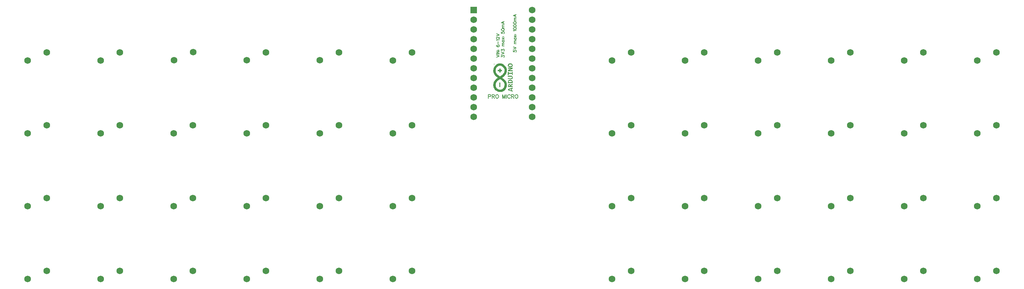
<source format=gts>
G04 Layer: TopSolderMaskLayer*
G04 EasyEDA v6.5.22, 2022-11-03 13:25:14*
G04 daeccbeab38c4538aae3d189e396c967,14fd66e66b1542709ab820776f733a5e,10*
G04 Gerber Generator version 0.2*
G04 Scale: 100 percent, Rotated: No, Reflected: No *
G04 Dimensions in millimeters *
G04 leading zeros omitted , absolute positions ,4 integer and 5 decimal *
%FSLAX45Y45*%
%MOMM*%

%AMMACRO1*1,1,$1,$2,$3*1,1,$1,$4,$5*1,1,$1,0-$2,0-$3*1,1,$1,0-$4,0-$5*20,1,$1,$2,$3,$4,$5,0*20,1,$1,$4,$5,0-$2,0-$3,0*20,1,$1,0-$2,0-$3,0-$4,0-$5,0*20,1,$1,0-$4,0-$5,$2,$3,0*4,1,4,$2,$3,$4,$5,0-$2,0-$3,0-$4,0-$5,$2,$3,0*%
%ADD10C,0.1524*%
%ADD11C,1.7272*%
%ADD12MACRO1,0.2032X-0.762X0.762X0.762X0.762*%

%LPD*%
G36*
X14212925Y8857386D02*
G01*
X14200479Y8856726D01*
X14194891Y8856065D01*
X14189963Y8855202D01*
X14177721Y8852154D01*
X14171726Y8850325D01*
X14160093Y8846007D01*
X14148866Y8840876D01*
X14138046Y8834932D01*
X14127683Y8828278D01*
X14117828Y8820810D01*
X14108430Y8812682D01*
X14099590Y8803792D01*
X14095323Y8799118D01*
X14087297Y8789212D01*
X14079829Y8778697D01*
X14076273Y8773210D01*
X14069720Y8761730D01*
X14063776Y8749690D01*
X14058442Y8737041D01*
X14053769Y8723833D01*
X14050365Y8712098D01*
X14049298Y8707475D01*
X14047876Y8697823D01*
X14047216Y8685479D01*
X14047015Y8667394D01*
X14106956Y8667394D01*
X14107617Y8680500D01*
X14108328Y8686901D01*
X14109344Y8693200D01*
X14110614Y8699246D01*
X14112138Y8704935D01*
X14114068Y8711031D01*
X14118590Y8722715D01*
X14123924Y8733637D01*
X14129969Y8743797D01*
X14133271Y8748623D01*
X14140332Y8757615D01*
X14147952Y8765743D01*
X14152016Y8769502D01*
X14160500Y8776309D01*
X14164868Y8779357D01*
X14174063Y8784742D01*
X14178788Y8787079D01*
X14183613Y8789162D01*
X14188490Y8790990D01*
X14193469Y8792565D01*
X14198549Y8793886D01*
X14203680Y8794953D01*
X14208861Y8795715D01*
X14214094Y8796223D01*
X14224660Y8796375D01*
X14230045Y8796020D01*
X14240814Y8794445D01*
X14251635Y8791651D01*
X14257019Y8789771D01*
X14262354Y8787587D01*
X14272768Y8782456D01*
X14277848Y8779459D01*
X14287652Y8772753D01*
X14296948Y8765133D01*
X14305635Y8756700D01*
X14309699Y8752179D01*
X14317268Y8742629D01*
X14320723Y8737600D01*
X14326920Y8727186D01*
X14332153Y8716264D01*
X14335709Y8706307D01*
X14337080Y8701227D01*
X14338198Y8696096D01*
X14339620Y8685631D01*
X14339976Y8680297D01*
X14339874Y8669528D01*
X14338807Y8658656D01*
X14336776Y8647734D01*
X14335404Y8642248D01*
X14331950Y8631377D01*
X14327581Y8620556D01*
X14322298Y8609888D01*
X14316151Y8599373D01*
X14309140Y8589162D01*
X14301266Y8579307D01*
X14297050Y8574481D01*
X14287957Y8565134D01*
X14278101Y8556294D01*
X14269059Y8549081D01*
X14250771Y8536228D01*
X14241932Y8530590D01*
X14220748Y8518245D01*
X14197685Y8533638D01*
X14186052Y8541969D01*
X14175130Y8550402D01*
X14165021Y8558885D01*
X14155674Y8567420D01*
X14147088Y8576005D01*
X14139367Y8584590D01*
X14132407Y8593175D01*
X14126311Y8601811D01*
X14121028Y8610396D01*
X14116557Y8618982D01*
X14113001Y8627516D01*
X14111528Y8631783D01*
X14110106Y8636914D01*
X14108938Y8642502D01*
X14108023Y8648395D01*
X14107413Y8654542D01*
X14107058Y8660942D01*
X14106956Y8667394D01*
X14047015Y8667394D01*
X14047266Y8650884D01*
X14047571Y8643620D01*
X14048130Y8637066D01*
X14048892Y8631021D01*
X14049908Y8625332D01*
X14051178Y8619845D01*
X14052804Y8614359D01*
X14054785Y8608771D01*
X14059966Y8596630D01*
X14065707Y8584692D01*
X14071447Y8574532D01*
X14078051Y8564321D01*
X14085366Y8554161D01*
X14093393Y8544153D01*
X14102029Y8534298D01*
X14111224Y8524798D01*
X14120825Y8515654D01*
X14130883Y8507018D01*
X14141196Y8498890D01*
X14152118Y8491016D01*
X14159890Y8484971D01*
X14161058Y8483701D01*
X14159992Y8482482D01*
X14152676Y8476488D01*
X14143024Y8469274D01*
X14133982Y8461806D01*
X14124482Y8453272D01*
X14114932Y8444077D01*
X14105636Y8434425D01*
X14096898Y8424824D01*
X14089126Y8415477D01*
X14082572Y8406841D01*
X14076578Y8397646D01*
X14070330Y8386622D01*
X14064640Y8375243D01*
X14059662Y8363712D01*
X14055496Y8352383D01*
X14052245Y8341461D01*
X14049959Y8330793D01*
X14048282Y8318093D01*
X14047114Y8304123D01*
X14046504Y8289899D01*
X14046459Y8283702D01*
X14107820Y8283702D01*
X14108176Y8297367D01*
X14109344Y8311032D01*
X14111224Y8323580D01*
X14112443Y8329015D01*
X14113814Y8333689D01*
X14115745Y8339226D01*
X14120418Y8350097D01*
X14126057Y8360714D01*
X14129257Y8365998D01*
X14136369Y8376361D01*
X14144498Y8386521D01*
X14153692Y8396528D01*
X14163852Y8406434D01*
X14175130Y8416188D01*
X14187474Y8425891D01*
X14200936Y8435492D01*
X14212976Y8443468D01*
X14218666Y8446820D01*
X14224050Y8444026D01*
X14235226Y8437270D01*
X14247571Y8429294D01*
X14259560Y8420963D01*
X14270939Y8412378D01*
X14281708Y8403640D01*
X14291665Y8394903D01*
X14300707Y8386216D01*
X14308785Y8377783D01*
X14315643Y8369655D01*
X14321231Y8361934D01*
X14325447Y8354771D01*
X14329867Y8345119D01*
X14333219Y8335518D01*
X14334540Y8330692D01*
X14335607Y8325713D01*
X14337080Y8315350D01*
X14337639Y8304072D01*
X14337487Y8291525D01*
X14336979Y8284311D01*
X14336217Y8277199D01*
X14335099Y8270189D01*
X14333677Y8263331D01*
X14332000Y8256574D01*
X14329968Y8249970D01*
X14327682Y8243570D01*
X14325092Y8237321D01*
X14322247Y8231276D01*
X14319148Y8225434D01*
X14315795Y8219846D01*
X14312138Y8214512D01*
X14308277Y8209432D01*
X14304162Y8204657D01*
X14299844Y8200136D01*
X14295272Y8195919D01*
X14290192Y8191906D01*
X14284451Y8187944D01*
X14278203Y8184184D01*
X14271650Y8180679D01*
X14264944Y8177530D01*
X14258340Y8174837D01*
X14251940Y8172653D01*
X14245996Y8171129D01*
X14240763Y8170214D01*
X14235480Y8169605D01*
X14230096Y8169300D01*
X14219326Y8169656D01*
X14213890Y8170265D01*
X14208506Y8171129D01*
X14197736Y8173720D01*
X14192402Y8175396D01*
X14181937Y8179511D01*
X14171777Y8184591D01*
X14161973Y8190484D01*
X14152727Y8197189D01*
X14144040Y8204657D01*
X14136014Y8212836D01*
X14128800Y8221573D01*
X14125498Y8226196D01*
X14122450Y8230920D01*
X14119656Y8235746D01*
X14117116Y8240725D01*
X14112798Y8250936D01*
X14111122Y8256219D01*
X14109700Y8261553D01*
X14108887Y8266074D01*
X14108277Y8271357D01*
X14107922Y8277301D01*
X14107820Y8283702D01*
X14046459Y8283702D01*
X14046555Y8276336D01*
X14047266Y8264601D01*
X14047876Y8259724D01*
X14050213Y8247735D01*
X14051686Y8241842D01*
X14055293Y8230260D01*
X14059712Y8218982D01*
X14064945Y8208009D01*
X14070990Y8197443D01*
X14074241Y8192312D01*
X14081353Y8182356D01*
X14089227Y8172805D01*
X14097711Y8163763D01*
X14106906Y8155228D01*
X14116761Y8147253D01*
X14127175Y8139836D01*
X14138249Y8132978D01*
X14149832Y8126831D01*
X14163548Y8120532D01*
X14169948Y8117992D01*
X14176197Y8115858D01*
X14182394Y8114080D01*
X14188643Y8112658D01*
X14195044Y8111540D01*
X14201698Y8110677D01*
X14216176Y8109864D01*
X14232890Y8109966D01*
X14249704Y8110626D01*
X14260982Y8111744D01*
X14265605Y8112658D01*
X14270075Y8113826D01*
X14280337Y8117382D01*
X14291462Y8121954D01*
X14301978Y8127034D01*
X14311985Y8132622D01*
X14321434Y8138769D01*
X14330375Y8145475D01*
X14338807Y8152790D01*
X14346732Y8160664D01*
X14354149Y8169097D01*
X14361160Y8178190D01*
X14367662Y8187944D01*
X14373707Y8198256D01*
X14379346Y8209280D01*
X14384680Y8220964D01*
X14388998Y8231530D01*
X14392351Y8241487D01*
X14394891Y8251291D01*
X14396618Y8261451D01*
X14397736Y8272424D01*
X14398345Y8284667D01*
X14398498Y8298738D01*
X14398294Y8317636D01*
X14397532Y8330234D01*
X14396821Y8335314D01*
X14394484Y8345373D01*
X14390979Y8356803D01*
X14386915Y8367674D01*
X14382191Y8378190D01*
X14376806Y8388400D01*
X14373860Y8393430D01*
X14367306Y8403234D01*
X14359991Y8412886D01*
X14351812Y8422386D01*
X14342719Y8431834D01*
X14332762Y8441232D01*
X14321790Y8450681D01*
X14309801Y8460181D01*
X14280438Y8481466D01*
X14302587Y8497062D01*
X14312950Y8505190D01*
X14323110Y8514080D01*
X14332966Y8523579D01*
X14342414Y8533587D01*
X14351406Y8544001D01*
X14359737Y8554618D01*
X14367357Y8565337D01*
X14374113Y8576056D01*
X14379905Y8586622D01*
X14384934Y8597442D01*
X14389455Y8609025D01*
X14393265Y8620861D01*
X14396415Y8632901D01*
X14398853Y8645042D01*
X14400580Y8657082D01*
X14401596Y8668918D01*
X14401850Y8680500D01*
X14401698Y8686139D01*
X14400784Y8697010D01*
X14399056Y8707272D01*
X14396059Y8718956D01*
X14392046Y8730843D01*
X14387169Y8742832D01*
X14381378Y8754719D01*
X14374876Y8766302D01*
X14367713Y8777478D01*
X14359940Y8787993D01*
X14351762Y8797747D01*
X14343176Y8806434D01*
X14333474Y8814816D01*
X14322806Y8822842D01*
X14311477Y8830310D01*
X14299692Y8837117D01*
X14287652Y8843111D01*
X14275663Y8848090D01*
X14269770Y8850172D01*
X14263928Y8851950D01*
X14258645Y8853271D01*
X14252854Y8854440D01*
X14240052Y8856167D01*
X14226438Y8857183D01*
G37*
G36*
X14489176Y8853830D02*
G01*
X14481403Y8853728D01*
X14474139Y8853271D01*
X14467687Y8852408D01*
X14462455Y8851188D01*
X14455343Y8848699D01*
X14449348Y8846007D01*
X14444268Y8843010D01*
X14440052Y8839606D01*
X14436547Y8835694D01*
X14433702Y8831173D01*
X14431314Y8825941D01*
X14429384Y8819845D01*
X14427657Y8812580D01*
X14426895Y8806942D01*
X14426945Y8806078D01*
X14449094Y8806078D01*
X14449653Y8811615D01*
X14451380Y8816340D01*
X14454327Y8820251D01*
X14458594Y8823401D01*
X14464131Y8825839D01*
X14471040Y8827617D01*
X14479371Y8828684D01*
X14489176Y8829090D01*
X14501774Y8828633D01*
X14507463Y8828074D01*
X14511832Y8827363D01*
X14517420Y8825484D01*
X14522145Y8822639D01*
X14525955Y8819032D01*
X14528800Y8814816D01*
X14530527Y8810091D01*
X14531086Y8805062D01*
X14530425Y8799880D01*
X14528444Y8794699D01*
X14526666Y8791905D01*
X14524431Y8789568D01*
X14521688Y8787587D01*
X14518233Y8786012D01*
X14513966Y8784793D01*
X14508835Y8783828D01*
X14502638Y8783116D01*
X14495373Y8782608D01*
X14487804Y8782354D01*
X14480946Y8782507D01*
X14474748Y8783015D01*
X14469262Y8783980D01*
X14464487Y8785301D01*
X14460321Y8787028D01*
X14456867Y8789162D01*
X14454022Y8791702D01*
X14451838Y8794648D01*
X14450313Y8798052D01*
X14449399Y8801862D01*
X14449094Y8806078D01*
X14426945Y8806078D01*
X14427200Y8801658D01*
X14428368Y8795258D01*
X14429841Y8790228D01*
X14431822Y8785504D01*
X14434312Y8781084D01*
X14437360Y8777020D01*
X14440865Y8773312D01*
X14444827Y8769908D01*
X14449247Y8766860D01*
X14454073Y8764168D01*
X14459254Y8761933D01*
X14464842Y8760002D01*
X14470786Y8758529D01*
X14477034Y8757462D01*
X14483588Y8756802D01*
X14490395Y8756599D01*
X14497507Y8756853D01*
X14504822Y8757564D01*
X14510969Y8758478D01*
X14516709Y8759799D01*
X14522043Y8761425D01*
X14527022Y8763355D01*
X14531543Y8765590D01*
X14535657Y8768181D01*
X14539417Y8771077D01*
X14542719Y8774277D01*
X14545563Y8777782D01*
X14548002Y8781592D01*
X14550034Y8785707D01*
X14551609Y8790127D01*
X14553336Y8797188D01*
X14553793Y8803589D01*
X14552930Y8810396D01*
X14550745Y8818880D01*
X14548662Y8824518D01*
X14545970Y8829700D01*
X14542566Y8834526D01*
X14538655Y8838793D01*
X14534134Y8842603D01*
X14529155Y8845854D01*
X14523669Y8848547D01*
X14517776Y8850579D01*
X14511731Y8851900D01*
X14504669Y8852916D01*
X14497050Y8853576D01*
G37*
G36*
X14069110Y8843568D02*
G01*
X14065707Y8843467D01*
X14062963Y8843060D01*
X14061084Y8842451D01*
X14060373Y8841638D01*
X14060728Y8840673D01*
X14061744Y8839606D01*
X14063218Y8838539D01*
X14069618Y8835745D01*
X14064996Y8834374D01*
X14062557Y8833256D01*
X14061186Y8831326D01*
X14060627Y8827617D01*
X14060779Y8817203D01*
X14061033Y8814308D01*
X14061389Y8812936D01*
X14062608Y8815070D01*
X14064183Y8816187D01*
X14066519Y8816797D01*
X14072514Y8817203D01*
X14074749Y8817610D01*
X14076273Y8818270D01*
X14076832Y8819083D01*
X14076273Y8819896D01*
X14074698Y8820556D01*
X14072412Y8820962D01*
X14066367Y8821318D01*
X14064132Y8821877D01*
X14062862Y8822842D01*
X14062456Y8824214D01*
X14062862Y8825636D01*
X14064132Y8826550D01*
X14066367Y8827109D01*
X14074241Y8827820D01*
X14076578Y8829090D01*
X14076375Y8830614D01*
X14073225Y8832037D01*
X14070634Y8832900D01*
X14073225Y8833256D01*
X14075968Y8834018D01*
X14076680Y8835491D01*
X14075410Y8837269D01*
X14072209Y8838844D01*
X14067586Y8840368D01*
X14074952Y8842603D01*
X14075156Y8843111D01*
G37*
G36*
X14430552Y8742984D02*
G01*
X14430552Y8722512D01*
X14513051Y8721394D01*
X14430552Y8684869D01*
X14430552Y8654542D01*
X14551913Y8654542D01*
X14551913Y8677097D01*
X14467586Y8678214D01*
X14551863Y8715197D01*
X14551913Y8742984D01*
G37*
G36*
X14200225Y8718296D02*
G01*
X14200225Y8683345D01*
X14165275Y8683345D01*
X14165275Y8648395D01*
X14200225Y8648395D01*
X14200225Y8615476D01*
X14235176Y8615476D01*
X14235176Y8648395D01*
X14270177Y8648395D01*
X14270177Y8683345D01*
X14235176Y8683345D01*
X14235176Y8718296D01*
G37*
G36*
X14428520Y8631936D02*
G01*
X14428520Y8553754D01*
X14449094Y8553754D01*
X14449094Y8580526D01*
X14531340Y8580526D01*
X14531340Y8553754D01*
X14549882Y8553754D01*
X14549882Y8631936D01*
X14531340Y8631936D01*
X14531340Y8605164D01*
X14449094Y8605164D01*
X14449094Y8631936D01*
G37*
G36*
X14428520Y8533180D02*
G01*
X14428520Y8510574D01*
X14475256Y8510270D01*
X14502688Y8510473D01*
X14511172Y8509406D01*
X14515947Y8508492D01*
X14521738Y8507069D01*
X14525701Y8505444D01*
X14528342Y8503310D01*
X14530324Y8500262D01*
X14532203Y8495639D01*
X14533067Y8490915D01*
X14533067Y8486292D01*
X14532152Y8481872D01*
X14530425Y8477859D01*
X14527936Y8474405D01*
X14524736Y8471611D01*
X14520824Y8469680D01*
X14518640Y8469172D01*
X14510308Y8468360D01*
X14497456Y8467750D01*
X14480844Y8467445D01*
X14428520Y8467394D01*
X14428520Y8444788D01*
X14512188Y8445042D01*
X14518792Y8445449D01*
X14523618Y8446008D01*
X14527276Y8446820D01*
X14530374Y8447938D01*
X14533473Y8449411D01*
X14537791Y8452053D01*
X14541703Y8455558D01*
X14545208Y8459724D01*
X14548205Y8464448D01*
X14550644Y8469630D01*
X14552422Y8475167D01*
X14553590Y8480907D01*
X14553946Y8486800D01*
X14553336Y8494268D01*
X14551558Y8501481D01*
X14548815Y8508339D01*
X14545106Y8514689D01*
X14540636Y8520277D01*
X14535454Y8524951D01*
X14529765Y8528608D01*
X14523567Y8531047D01*
X14521129Y8531504D01*
X14511832Y8532215D01*
X14497913Y8532825D01*
X14481149Y8533130D01*
G37*
G36*
X14487702Y8429294D02*
G01*
X14481505Y8429142D01*
X14474799Y8428329D01*
X14467433Y8426907D01*
X14460778Y8424926D01*
X14454835Y8422436D01*
X14449551Y8419338D01*
X14444929Y8415578D01*
X14440865Y8411260D01*
X14437410Y8406282D01*
X14434515Y8400592D01*
X14432534Y8394903D01*
X14431060Y8387588D01*
X14429994Y8377732D01*
X14428976Y8360460D01*
X14449094Y8360460D01*
X14449094Y8370824D01*
X14449348Y8376462D01*
X14450212Y8381492D01*
X14451685Y8386013D01*
X14453717Y8389975D01*
X14456410Y8393379D01*
X14459661Y8396274D01*
X14463623Y8398611D01*
X14468195Y8400491D01*
X14473478Y8401862D01*
X14479422Y8402726D01*
X14486077Y8403082D01*
X14493443Y8403031D01*
X14501723Y8402472D01*
X14508073Y8401558D01*
X14513001Y8400034D01*
X14517268Y8397900D01*
X14522805Y8393531D01*
X14526666Y8388045D01*
X14529257Y8380780D01*
X14530832Y8371230D01*
X14531949Y8360460D01*
X14428976Y8360460D01*
X14427860Y8337803D01*
X14552523Y8337803D01*
X14551406Y8362238D01*
X14550644Y8374481D01*
X14549577Y8383625D01*
X14548002Y8390686D01*
X14545868Y8396681D01*
X14542668Y8402980D01*
X14538909Y8408568D01*
X14534692Y8413496D01*
X14529917Y8417712D01*
X14524685Y8421217D01*
X14519046Y8424011D01*
X14512899Y8426043D01*
X14506346Y8427313D01*
X14495322Y8428685D01*
G37*
G36*
X14204340Y8356346D02*
G01*
X14204340Y8232902D01*
X14231061Y8232902D01*
X14231061Y8356346D01*
G37*
G36*
X14550491Y8321446D02*
G01*
X14547900Y8321090D01*
X14542109Y8319058D01*
X14533981Y8315604D01*
X14524329Y8311134D01*
X14514626Y8306257D01*
X14506244Y8301736D01*
X14500098Y8297976D01*
X14497100Y8295589D01*
X14495018Y8293201D01*
X14494256Y8292693D01*
X14493849Y8292744D01*
X14490192Y8299703D01*
X14487093Y8304479D01*
X14483232Y8308340D01*
X14478762Y8311388D01*
X14473834Y8313521D01*
X14468551Y8314791D01*
X14463115Y8315198D01*
X14457680Y8314740D01*
X14452346Y8313420D01*
X14447266Y8311235D01*
X14442643Y8308187D01*
X14438630Y8304225D01*
X14435277Y8299450D01*
X14432889Y8294268D01*
X14431416Y8287969D01*
X14430603Y8278418D01*
X14430058Y8259673D01*
X14448586Y8259673D01*
X14450212Y8277098D01*
X14451279Y8281263D01*
X14452904Y8284362D01*
X14455190Y8286750D01*
X14459051Y8289086D01*
X14463420Y8290306D01*
X14468043Y8290356D01*
X14472666Y8289239D01*
X14476222Y8286445D01*
X14479168Y8281416D01*
X14481251Y8275015D01*
X14482013Y8268004D01*
X14482013Y8259673D01*
X14430058Y8259673D01*
X14429536Y8236000D01*
X14551913Y8234934D01*
X14551913Y8259673D01*
X14500047Y8259673D01*
X14501418Y8265312D01*
X14502384Y8268309D01*
X14503704Y8270951D01*
X14505584Y8273338D01*
X14508276Y8275675D01*
X14511883Y8278114D01*
X14516658Y8280704D01*
X14530324Y8287054D01*
X14550898Y8296148D01*
X14551609Y8312759D01*
X14551456Y8316874D01*
X14551101Y8319922D01*
G37*
G36*
X14550390Y8222437D02*
G01*
X14489684Y8204504D01*
X14430552Y8186724D01*
X14430552Y8169198D01*
X14457324Y8169198D01*
X14459153Y8170113D01*
X14471040Y8174126D01*
X14487702Y8179003D01*
X14501571Y8182660D01*
X14505127Y8183321D01*
X14507006Y8182965D01*
X14508073Y8180933D01*
X14508581Y8176564D01*
X14508734Y8168944D01*
X14508632Y8160715D01*
X14508073Y8156448D01*
X14506701Y8155127D01*
X14504111Y8155482D01*
X14470684Y8164626D01*
X14458238Y8168640D01*
X14457324Y8169198D01*
X14430552Y8169198D01*
X14430552Y8153552D01*
X14549374Y8118348D01*
X14550542Y8118551D01*
X14551355Y8120380D01*
X14551761Y8123986D01*
X14551913Y8141766D01*
X14527225Y8148624D01*
X14527225Y8189518D01*
X14551913Y8196427D01*
X14551812Y8214614D01*
X14551456Y8218728D01*
X14550999Y8221472D01*
G37*
D10*
X13919200Y8040115D02*
G01*
X13919200Y7943087D01*
X13919200Y8040115D02*
G01*
X13960856Y8040115D01*
X13974572Y8035289D01*
X13979143Y8030718D01*
X13983970Y8021573D01*
X13983970Y8007604D01*
X13979143Y7998460D01*
X13974572Y7993887D01*
X13960856Y7989315D01*
X13919200Y7989315D01*
X14014450Y8040115D02*
G01*
X14014450Y7943087D01*
X14014450Y8040115D02*
G01*
X14055852Y8040115D01*
X14069822Y8035289D01*
X14074393Y8030718D01*
X14078966Y8021573D01*
X14078966Y8012429D01*
X14074393Y8003031D01*
X14069822Y7998460D01*
X14055852Y7993887D01*
X14014450Y7993887D01*
X14046708Y7993887D02*
G01*
X14078966Y7943087D01*
X14137131Y8040115D02*
G01*
X14127988Y8035289D01*
X14118590Y8026145D01*
X14114018Y8017002D01*
X14109445Y8003031D01*
X14109445Y7979918D01*
X14114018Y7966202D01*
X14118590Y7956804D01*
X14127988Y7947660D01*
X14137131Y7943087D01*
X14155674Y7943087D01*
X14164818Y7947660D01*
X14174216Y7956804D01*
X14178788Y7966202D01*
X14183359Y7979918D01*
X14183359Y8003031D01*
X14178788Y8017002D01*
X14174216Y8026145D01*
X14164818Y8035289D01*
X14155674Y8040115D01*
X14137131Y8040115D01*
X14284959Y8040115D02*
G01*
X14284959Y7943087D01*
X14284959Y8040115D02*
G01*
X14321790Y7943087D01*
X14358874Y8040115D02*
G01*
X14321790Y7943087D01*
X14358874Y8040115D02*
G01*
X14358874Y7943087D01*
X14389354Y8040115D02*
G01*
X14389354Y7943087D01*
X14489175Y8017002D02*
G01*
X14484350Y8026145D01*
X14475206Y8035289D01*
X14466061Y8040115D01*
X14447520Y8040115D01*
X14438375Y8035289D01*
X14428977Y8026145D01*
X14424406Y8017002D01*
X14419834Y8003031D01*
X14419834Y7979918D01*
X14424406Y7966202D01*
X14428977Y7956804D01*
X14438375Y7947660D01*
X14447520Y7943087D01*
X14466061Y7943087D01*
X14475206Y7947660D01*
X14484350Y7956804D01*
X14489175Y7966202D01*
X14519656Y8040115D02*
G01*
X14519656Y7943087D01*
X14519656Y8040115D02*
G01*
X14561058Y8040115D01*
X14575027Y8035289D01*
X14579600Y8030718D01*
X14584172Y8021573D01*
X14584172Y8012429D01*
X14579600Y8003031D01*
X14575027Y7998460D01*
X14561058Y7993887D01*
X14519656Y7993887D01*
X14551913Y7993887D02*
G01*
X14584172Y7943087D01*
X14642338Y8040115D02*
G01*
X14633193Y8035289D01*
X14624050Y8026145D01*
X14619224Y8017002D01*
X14614652Y8003031D01*
X14614652Y7979918D01*
X14619224Y7966202D01*
X14624050Y7956804D01*
X14633193Y7947660D01*
X14642338Y7943087D01*
X14660879Y7943087D01*
X14670024Y7947660D01*
X14679422Y7956804D01*
X14683993Y7966202D01*
X14688566Y7979918D01*
X14688566Y8003031D01*
X14683993Y8017002D01*
X14679422Y8026145D01*
X14670024Y8035289D01*
X14660879Y8040115D01*
X14642338Y8040115D01*
X14129258Y9017000D02*
G01*
X14206981Y9046463D01*
X14129258Y9076181D02*
G01*
X14206981Y9046463D01*
X14129258Y9100565D02*
G01*
X14206981Y9100565D01*
X14129258Y9124950D02*
G01*
X14206981Y9124950D01*
X14129258Y9124950D02*
G01*
X14206981Y9176512D01*
X14129258Y9176512D02*
G01*
X14206981Y9176512D01*
X14162531Y9204705D02*
G01*
X14166341Y9200895D01*
X14169897Y9204705D01*
X14166341Y9208262D01*
X14162531Y9204705D01*
X14188440Y9204705D02*
G01*
X14191995Y9200895D01*
X14195806Y9204705D01*
X14191995Y9208262D01*
X14188440Y9204705D01*
X14140434Y9333992D02*
G01*
X14133068Y9330181D01*
X14129258Y9319260D01*
X14129258Y9311894D01*
X14133068Y9300718D01*
X14143990Y9293352D01*
X14162531Y9289542D01*
X14181074Y9289542D01*
X14195806Y9293352D01*
X14203172Y9300718D01*
X14206981Y9311894D01*
X14206981Y9315450D01*
X14203172Y9326626D01*
X14195806Y9333992D01*
X14184629Y9337802D01*
X14181074Y9337802D01*
X14169897Y9333992D01*
X14162531Y9326626D01*
X14158722Y9315450D01*
X14158722Y9311894D01*
X14162531Y9300718D01*
X14169897Y9293352D01*
X14181074Y9289542D01*
X14173708Y9362186D02*
G01*
X14173708Y9428479D01*
X14143990Y9452863D02*
G01*
X14140434Y9460229D01*
X14129258Y9471405D01*
X14206981Y9471405D01*
X14147800Y9499600D02*
G01*
X14143990Y9499600D01*
X14136624Y9503155D01*
X14133068Y9506965D01*
X14129258Y9514331D01*
X14129258Y9529063D01*
X14133068Y9536429D01*
X14136624Y9540239D01*
X14143990Y9543795D01*
X14151356Y9543795D01*
X14158722Y9540239D01*
X14169897Y9532874D01*
X14206981Y9495789D01*
X14206981Y9547605D01*
X14129258Y9571989D02*
G01*
X14206981Y9601454D01*
X14129258Y9630918D02*
G01*
X14206981Y9601454D01*
X14256258Y9024365D02*
G01*
X14256258Y9065005D01*
X14285722Y9042908D01*
X14285722Y9053829D01*
X14289531Y9061450D01*
X14293341Y9065005D01*
X14304263Y9068815D01*
X14311629Y9068815D01*
X14322806Y9065005D01*
X14330172Y9057639D01*
X14333981Y9046463D01*
X14333981Y9035542D01*
X14330172Y9024365D01*
X14326361Y9020810D01*
X14318995Y9017000D01*
X14256258Y9093200D02*
G01*
X14333981Y9122663D01*
X14256258Y9152128D02*
G01*
X14333981Y9122663D01*
X14256258Y9183878D02*
G01*
X14256258Y9224518D01*
X14285722Y9202420D01*
X14285722Y9213595D01*
X14289531Y9220962D01*
X14293341Y9224518D01*
X14304263Y9228328D01*
X14311629Y9228328D01*
X14322806Y9224518D01*
X14330172Y9217152D01*
X14333981Y9206229D01*
X14333981Y9195054D01*
X14330172Y9183878D01*
X14326361Y9180321D01*
X14318995Y9176512D01*
X14282166Y9309608D02*
G01*
X14333981Y9309608D01*
X14296897Y9309608D02*
G01*
X14285722Y9320784D01*
X14282166Y9328150D01*
X14282166Y9339071D01*
X14285722Y9346437D01*
X14296897Y9350247D01*
X14333981Y9350247D01*
X14296897Y9350247D02*
G01*
X14285722Y9361424D01*
X14282166Y9368789D01*
X14282166Y9379712D01*
X14285722Y9387078D01*
X14296897Y9390887D01*
X14333981Y9390887D01*
X14282166Y9459721D02*
G01*
X14333981Y9459721D01*
X14293341Y9459721D02*
G01*
X14285722Y9452102D01*
X14282166Y9444736D01*
X14282166Y9433813D01*
X14285722Y9426447D01*
X14293341Y9419081D01*
X14304263Y9415271D01*
X14311629Y9415271D01*
X14322806Y9419081D01*
X14330172Y9426447D01*
X14333981Y9433813D01*
X14333981Y9444736D01*
X14330172Y9452102D01*
X14322806Y9459721D01*
X14282166Y9484105D02*
G01*
X14333981Y9524745D01*
X14282166Y9524745D02*
G01*
X14333981Y9484105D01*
X14289531Y9552686D02*
G01*
X14293341Y9549129D01*
X14296897Y9552686D01*
X14293341Y9556495D01*
X14289531Y9552686D01*
X14315440Y9552686D02*
G01*
X14318995Y9549129D01*
X14322806Y9552686D01*
X14318995Y9556495D01*
X14315440Y9552686D01*
X14256258Y9681971D02*
G01*
X14256258Y9645142D01*
X14289531Y9641331D01*
X14285722Y9645142D01*
X14282166Y9656063D01*
X14282166Y9667239D01*
X14285722Y9678415D01*
X14293341Y9685781D01*
X14304263Y9689337D01*
X14311629Y9689337D01*
X14322806Y9685781D01*
X14330172Y9678415D01*
X14333981Y9667239D01*
X14333981Y9656063D01*
X14330172Y9645142D01*
X14326361Y9641331D01*
X14318995Y9637776D01*
X14256258Y9736074D02*
G01*
X14260068Y9724897D01*
X14270990Y9717531D01*
X14289531Y9713721D01*
X14300708Y9713721D01*
X14318995Y9717531D01*
X14330172Y9724897D01*
X14333981Y9736074D01*
X14333981Y9743439D01*
X14330172Y9754362D01*
X14318995Y9761728D01*
X14300708Y9765537D01*
X14289531Y9765537D01*
X14270990Y9761728D01*
X14260068Y9754362D01*
X14256258Y9743439D01*
X14256258Y9736074D01*
X14282166Y9789921D02*
G01*
X14333981Y9789921D01*
X14296897Y9789921D02*
G01*
X14285722Y9801097D01*
X14282166Y9808463D01*
X14282166Y9819386D01*
X14285722Y9826752D01*
X14296897Y9830562D01*
X14333981Y9830562D01*
X14296897Y9830562D02*
G01*
X14285722Y9841737D01*
X14282166Y9849104D01*
X14282166Y9860026D01*
X14285722Y9867392D01*
X14296897Y9871202D01*
X14333981Y9871202D01*
X14256258Y9925050D02*
G01*
X14333981Y9895586D01*
X14256258Y9925050D02*
G01*
X14333981Y9954768D01*
X14308074Y9906762D02*
G01*
X14308074Y9943592D01*
X14570156Y9199349D02*
G01*
X14570156Y9162265D01*
X14603430Y9158709D01*
X14599620Y9162265D01*
X14596064Y9173441D01*
X14596064Y9184363D01*
X14599620Y9195539D01*
X14607240Y9202905D01*
X14618162Y9206715D01*
X14625528Y9206715D01*
X14636704Y9202905D01*
X14644070Y9195539D01*
X14647880Y9184363D01*
X14647880Y9173441D01*
X14644070Y9162265D01*
X14640260Y9158709D01*
X14632894Y9154899D01*
X14570156Y9231099D02*
G01*
X14647880Y9260563D01*
X14570156Y9290027D02*
G01*
X14647880Y9260563D01*
X14596064Y9371307D02*
G01*
X14647880Y9371307D01*
X14610796Y9371307D02*
G01*
X14599620Y9382483D01*
X14596064Y9389849D01*
X14596064Y9401025D01*
X14599620Y9408391D01*
X14610796Y9411947D01*
X14647880Y9411947D01*
X14610796Y9411947D02*
G01*
X14599620Y9423123D01*
X14596064Y9430489D01*
X14596064Y9441665D01*
X14599620Y9449031D01*
X14610796Y9452587D01*
X14647880Y9452587D01*
X14596064Y9521421D02*
G01*
X14647880Y9521421D01*
X14607240Y9521421D02*
G01*
X14599620Y9514055D01*
X14596064Y9506689D01*
X14596064Y9495513D01*
X14599620Y9488147D01*
X14607240Y9480781D01*
X14618162Y9476971D01*
X14625528Y9476971D01*
X14636704Y9480781D01*
X14644070Y9488147D01*
X14647880Y9495513D01*
X14647880Y9506689D01*
X14644070Y9514055D01*
X14636704Y9521421D01*
X14596064Y9545805D02*
G01*
X14647880Y9586445D01*
X14596064Y9586445D02*
G01*
X14647880Y9545805D01*
X14603430Y9614385D02*
G01*
X14607240Y9610829D01*
X14610796Y9614385D01*
X14607240Y9618195D01*
X14603430Y9614385D01*
X14629338Y9614385D02*
G01*
X14632894Y9610829D01*
X14636704Y9614385D01*
X14632894Y9618195D01*
X14629338Y9614385D01*
X14584888Y9699475D02*
G01*
X14581332Y9706841D01*
X14570156Y9718017D01*
X14647880Y9718017D01*
X14570156Y9764499D02*
G01*
X14573966Y9753323D01*
X14584888Y9745957D01*
X14603430Y9742401D01*
X14614606Y9742401D01*
X14632894Y9745957D01*
X14644070Y9753323D01*
X14647880Y9764499D01*
X14647880Y9771865D01*
X14644070Y9783041D01*
X14632894Y9790407D01*
X14614606Y9793963D01*
X14603430Y9793963D01*
X14584888Y9790407D01*
X14573966Y9783041D01*
X14570156Y9771865D01*
X14570156Y9764499D01*
X14570156Y9840699D02*
G01*
X14573966Y9829523D01*
X14584888Y9822157D01*
X14603430Y9818347D01*
X14614606Y9818347D01*
X14632894Y9822157D01*
X14644070Y9829523D01*
X14647880Y9840699D01*
X14647880Y9848065D01*
X14644070Y9858987D01*
X14632894Y9866353D01*
X14614606Y9870163D01*
X14603430Y9870163D01*
X14584888Y9866353D01*
X14573966Y9858987D01*
X14570156Y9848065D01*
X14570156Y9840699D01*
X14570156Y9916645D02*
G01*
X14573966Y9905723D01*
X14584888Y9898357D01*
X14603430Y9894547D01*
X14614606Y9894547D01*
X14632894Y9898357D01*
X14644070Y9905723D01*
X14647880Y9916645D01*
X14647880Y9924011D01*
X14644070Y9935187D01*
X14632894Y9942553D01*
X14614606Y9946363D01*
X14603430Y9946363D01*
X14584888Y9942553D01*
X14573966Y9935187D01*
X14570156Y9924011D01*
X14570156Y9916645D01*
X14596064Y9970747D02*
G01*
X14647880Y9970747D01*
X14610796Y9970747D02*
G01*
X14599620Y9981669D01*
X14596064Y9989035D01*
X14596064Y10000211D01*
X14599620Y10007577D01*
X14610796Y10011387D01*
X14647880Y10011387D01*
X14610796Y10011387D02*
G01*
X14599620Y10022309D01*
X14596064Y10029675D01*
X14596064Y10040851D01*
X14599620Y10048217D01*
X14610796Y10052027D01*
X14647880Y10052027D01*
X14570156Y10105875D02*
G01*
X14647880Y10076411D01*
X14570156Y10105875D02*
G01*
X14647880Y10135339D01*
X14621972Y10087333D02*
G01*
X14621972Y10124417D01*
D11*
G01*
X1905000Y5125008D03*
G01*
X2404999Y5334990D03*
G01*
X3810000Y5125008D03*
G01*
X4309999Y5334990D03*
G01*
X5715000Y5125008D03*
G01*
X6214999Y5334990D03*
G01*
X7620000Y5125008D03*
G01*
X8119999Y5334990D03*
G01*
X9525000Y5125008D03*
G01*
X10024999Y5334990D03*
G01*
X11430000Y5125008D03*
G01*
X11929999Y5334990D03*
G01*
X17145000Y5125008D03*
G01*
X17644999Y5334990D03*
G01*
X19050000Y5125008D03*
G01*
X19549999Y5334990D03*
G01*
X20955000Y5125008D03*
G01*
X21454999Y5334990D03*
G01*
X22860000Y5125008D03*
G01*
X23359999Y5334990D03*
G01*
X24765000Y5125008D03*
G01*
X25264999Y5334990D03*
G01*
X26670000Y5125008D03*
G01*
X27169999Y5334990D03*
G01*
X1905000Y8935008D03*
G01*
X2404999Y9144990D03*
G01*
X3810000Y8935008D03*
G01*
X4309999Y9144990D03*
G01*
X5716803Y8938005D03*
G01*
X6216802Y9147987D03*
G01*
X7620812Y8935999D03*
G01*
X8120811Y9145981D03*
G01*
X9525990Y8935999D03*
G01*
X10025989Y9145981D03*
G01*
X11430000Y8935008D03*
G01*
X11929999Y9144990D03*
G01*
X17145000Y8935008D03*
G01*
X17644999Y9144990D03*
G01*
X19050000Y8935008D03*
G01*
X19549999Y9144990D03*
G01*
X20955000Y8935008D03*
G01*
X21454999Y9144990D03*
G01*
X22860000Y8935008D03*
G01*
X23359999Y9144990D03*
G01*
X24765000Y8935008D03*
G01*
X25264999Y9144990D03*
G01*
X26670000Y8935008D03*
G01*
X27169999Y9144990D03*
G01*
X1905000Y7030008D03*
G01*
X2404999Y7239990D03*
G01*
X3810000Y7030008D03*
G01*
X4309999Y7239990D03*
G01*
X5715000Y7030008D03*
G01*
X6214999Y7239990D03*
G01*
X7620000Y7030008D03*
G01*
X8119999Y7239990D03*
G01*
X9525000Y7030008D03*
G01*
X10024999Y7239990D03*
G01*
X11430000Y7030008D03*
G01*
X11929999Y7239990D03*
G01*
X17145000Y7030008D03*
G01*
X17644999Y7239990D03*
G01*
X19050000Y7030008D03*
G01*
X19549999Y7239990D03*
G01*
X20955000Y7030008D03*
G01*
X21454999Y7239990D03*
G01*
X22860000Y7030008D03*
G01*
X23359999Y7239990D03*
G01*
X24765000Y7030008D03*
G01*
X25264999Y7239990D03*
G01*
X26670000Y7030008D03*
G01*
X27169999Y7239990D03*
G01*
X1905000Y3220008D03*
G01*
X2404999Y3429990D03*
G01*
X3810000Y3220008D03*
G01*
X4309999Y3429990D03*
G01*
X5715000Y3220008D03*
G01*
X6214999Y3429990D03*
G01*
X7620000Y3220008D03*
G01*
X8119999Y3429990D03*
G01*
X9525000Y3220008D03*
G01*
X10024999Y3429990D03*
G01*
X11430000Y3220008D03*
G01*
X11929999Y3429990D03*
G01*
X17145000Y3220008D03*
G01*
X17644999Y3429990D03*
G01*
X19050000Y3220008D03*
G01*
X19549999Y3429990D03*
G01*
X20955000Y3220008D03*
G01*
X21454999Y3429990D03*
G01*
X22860000Y3220008D03*
G01*
X23359999Y3429990D03*
G01*
X24765000Y3220008D03*
G01*
X25264999Y3429990D03*
G01*
X26670000Y3220008D03*
G01*
X27169999Y3429990D03*
D12*
G01*
X13538200Y10248900D03*
D11*
G01*
X13538200Y9994900D03*
G01*
X13538200Y9486900D03*
G01*
X13538200Y9232900D03*
G01*
X13538200Y8978900D03*
G01*
X13538200Y8724900D03*
G01*
X13538200Y8470900D03*
G01*
X13538200Y8216900D03*
G01*
X13538200Y7962900D03*
G01*
X13538200Y7708900D03*
G01*
X13538200Y7454900D03*
G01*
X15062200Y7454900D03*
G01*
X15062200Y7708900D03*
G01*
X15062200Y7962900D03*
G01*
X15062200Y8216900D03*
G01*
X15062200Y8470900D03*
G01*
X15062200Y8724900D03*
G01*
X15062200Y8978900D03*
G01*
X15062200Y9232900D03*
G01*
X15062200Y9486900D03*
G01*
X15062200Y9740900D03*
G01*
X15062200Y9994900D03*
G01*
X15062200Y10248900D03*
G01*
X13538200Y9740900D03*
M02*

</source>
